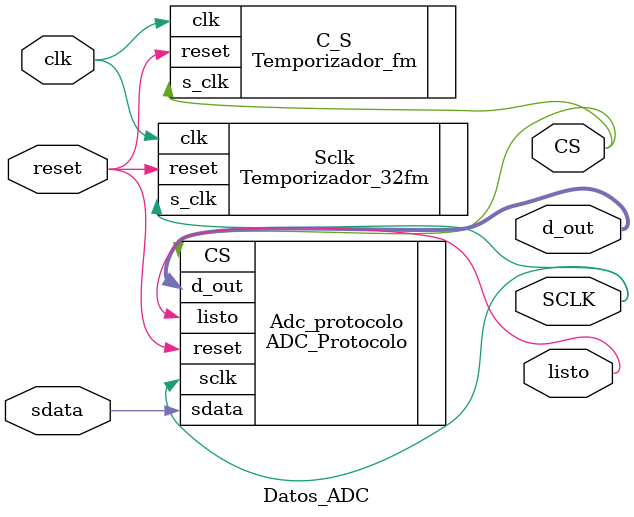
<source format=v>
`timescale 1ns / 1ps
module Datos_ADC(
 input clk, reset, sdata,
 output listo, SCLK, CS,
 output [15:0] d_out
    );

// Instantiate the module
ADC_Protocolo Adc_protocolo (
    .sdata(sdata), 
    .CS(CS), 
    .sclk(SCLK), 
    .reset(reset), 
    .d_out(d_out), 
    .listo(listo)
    );

// Instantiate the module
Temporizador_32fm Sclk (
    .clk(clk), 
    .reset(reset), 
    .s_clk(SCLK)
    );
// Instantiate the module
Temporizador_fm C_S (
    .clk(clk), 
    .reset(reset), 
    .s_clk(CS)
    );


endmodule

</source>
